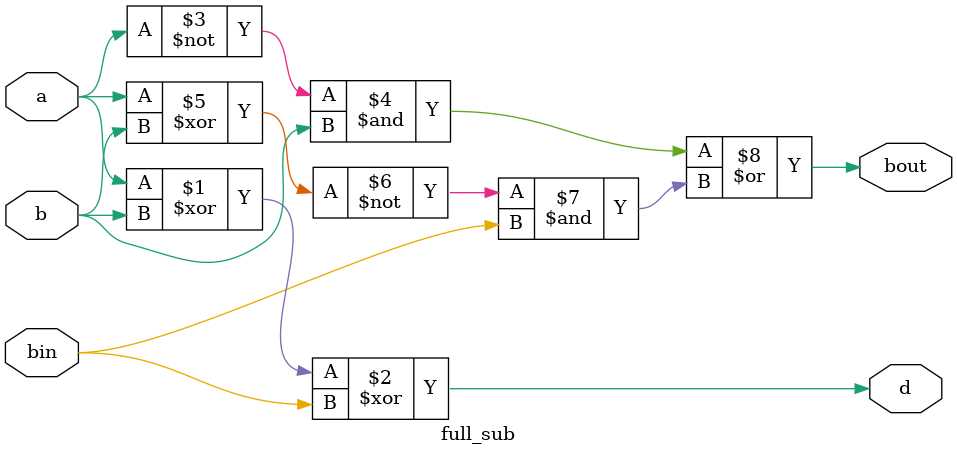
<source format=v>
module full_sub(a,b,bin,d,bout);

 input wire a,b,bin;
  output reg d,bout;
  
  assign d = a^b^bin;
  assign bout = (~a&b) | (~(a^b) & bin);
  
endmodule
</source>
